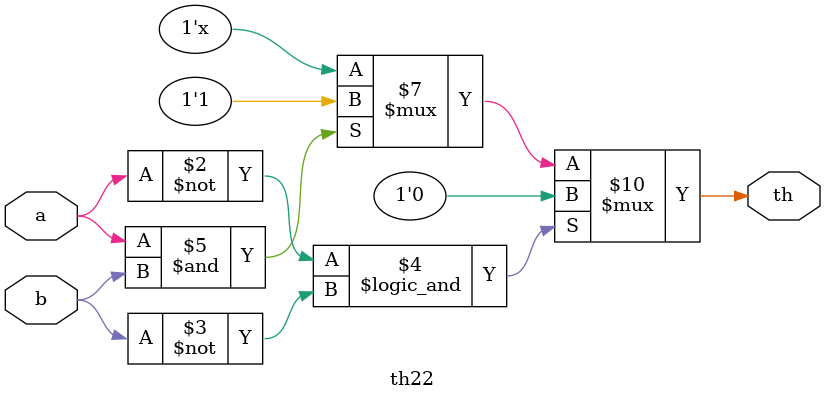
<source format=v>
module th22(a, b, th);

input wire a, b;
output reg th;

initial th <= 1'b0;

always @(a or b) begin
	if((a==1'b0)&&(b==1'b0)) begin
		#10 th <= 1'b0;
	end else if(a&b) begin
		#10 th <= 1'b1;
	end
end

endmodule

</source>
